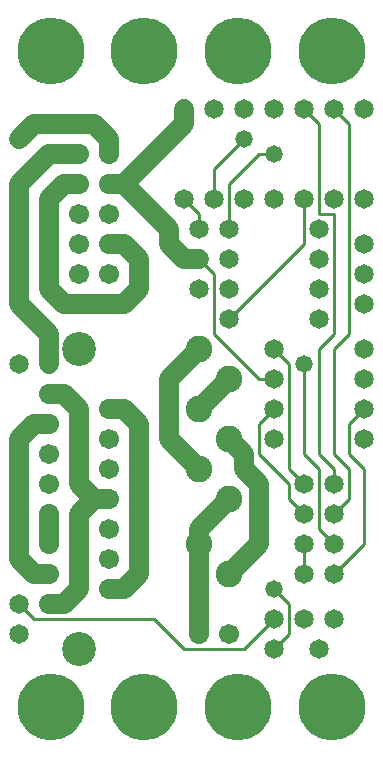
<source format=gtl>
%MOIN*%
%FSLAX25Y25*%
G04 D10 used for Character Trace; *
G04     Circle (OD=.01000) (No hole)*
G04 D11 used for Power Trace; *
G04     Circle (OD=.06500) (No hole)*
G04 D12 used for Signal Trace; *
G04     Circle (OD=.01100) (No hole)*
G04 D13 used for Via; *
G04     Circle (OD=.05800) (Round. Hole ID=.02800)*
G04 D14 used for Component hole; *
G04     Circle (OD=.06500) (Round. Hole ID=.03500)*
G04 D15 used for Component hole; *
G04     Circle (OD=.06700) (Round. Hole ID=.04300)*
G04 D16 used for Component hole; *
G04     Circle (OD=.08100) (Round. Hole ID=.05100)*
G04 D17 used for Component hole; *
G04     Circle (OD=.08900) (Round. Hole ID=.05900)*
G04 D18 used for Component hole; *
G04     Circle (OD=.11300) (Round. Hole ID=.08300)*
G04 D19 used for Component hole; *
G04     Circle (OD=.16000) (Round. Hole ID=.13000)*
G04 D20 used for Component hole; *
G04     Circle (OD=.18300) (Round. Hole ID=.15300)*
G04 D21 used for Component hole; *
G04     Circle (OD=.22291) (Round. Hole ID=.19291)*
%ADD10C,.01000*%
%ADD11C,.06500*%
%ADD12C,.01100*%
%ADD13C,.05800*%
%ADD14C,.06500*%
%ADD15C,.06700*%
%ADD16C,.08100*%
%ADD17C,.08900*%
%ADD18C,.11300*%
%ADD19C,.16000*%
%ADD20C,.18300*%
%ADD21C,.22291*%
%IPPOS*%
%LPD*%
G90*X0Y0D02*D21*X15625Y15625D03*D18*              
X25000Y35000D03*D14*X5000Y40000D03*D12*           
X10000Y45000D02*X50000D01*X60000Y35000D01*        
X80000D01*X90000Y45000D01*D14*D03*D12*Y35000D02*  
X95000Y40000D01*D14*X90000Y35000D03*D12*          
X95000Y40000D02*Y50000D01*X90000Y55000D01*D13*D03*
D14*X100000Y45000D03*Y60000D03*D12*Y70000D01*D14* 
D03*D12*X110000D02*X105000Y75000D01*D14*          
X110000Y70000D03*D12*X105000Y75000D02*Y95000D01*  
X100000Y100000D01*Y130000D01*D13*D03*D12*         
X105000Y100000D02*Y135000D01*X110000Y95000D02*    
X105000Y100000D01*X110000Y90000D02*Y95000D01*D14* 
Y90000D03*D12*Y80000D02*X115000Y85000D01*D14*     
X110000Y80000D03*D12*X115000Y85000D02*Y95000D01*  
X110000Y100000D01*Y135000D01*X115000Y140000D01*   
Y210000D01*X110000Y215000D01*D14*D03*D12*         
X105000Y180000D02*Y210000D01*Y180000D02*          
X110000D01*Y140000D01*X105000Y135000D01*D14*      
Y145000D03*D12*X95000Y95000D02*Y130000D01*        
X100000Y90000D02*X95000Y95000D01*D14*             
X100000Y90000D03*D12*Y80000D02*X95000Y85000D01*   
D14*X100000Y80000D03*D12*X95000Y85000D02*         
Y90000D01*X85000Y100000D01*Y110000D01*            
X90000Y115000D01*D14*D03*Y125000D03*D12*X85000D01*
X70000Y140000D01*Y160000D01*X65000Y165000D01*D14* 
D03*D11*X60000D01*X55000Y170000D01*Y175000D01*D14*
D03*D11*X40000Y190000D01*X35000D01*D15*D03*D11*   
X40000D02*X60000Y210000D01*Y215000D01*D14*D03*    
X70000D03*D21*X78125Y234375D03*D13*               
X80000Y205000D03*D12*X70000Y195000D01*Y185000D01* 
D14*D03*D12*X75000Y175000D02*Y190000D01*D14*      
Y175000D03*X80000Y185000D03*D12*X65000Y175000D02* 
Y180000D01*D14*Y175000D03*D12*Y180000D02*         
X60000Y185000D01*D14*D03*D12*X75000Y190000D02*    
X85000Y200000D01*X90000D01*D13*D03*D14*           
X100000Y215000D03*D12*X105000Y210000D01*D14*      
X90000Y215000D03*X120000D03*X90000Y185000D03*D21* 
X109375Y234375D03*D14*X80000Y215000D03*           
X100000Y185000D03*D12*Y170000D01*X75000Y145000D01*
D14*D03*X65000Y155000D03*D17*Y135000D03*D11*      
X55000Y125000D01*Y105000D01*X65000Y95000D01*D17*  
D03*X75000Y85000D03*D11*X65000Y75000D01*Y70000D01*
D17*D03*D11*Y40000D01*D15*D03*X75000D03*D11*      
X40000Y55000D02*X45000Y60000D01*X35000Y55000D02*  
X40000D01*D15*X35000D03*Y65000D03*D11*            
X20000Y50000D02*X25000Y55000D01*X15000Y50000D02*  
X20000D01*D15*X15000D03*D12*X10000Y45000D02*      
X5000Y50000D01*D14*D03*D15*X15000Y60000D03*D11*   
X10000D01*X5000Y65000D01*Y105000D01*              
X10000Y110000D01*X15000D01*D15*D03*D11*           
X25000Y115000D02*X20000Y120000D01*X25000Y90000D02*
Y115000D01*X30000Y85000D02*X25000Y90000D01*       
Y80000D02*X30000Y85000D01*X25000Y55000D02*        
Y80000D01*D15*X15000Y70000D03*D11*Y80000D01*D15*  
D03*Y90000D03*D11*X30000Y85000D02*X35000D01*D15*  
D03*Y95000D03*Y75000D03*X15000Y100000D03*         
X35000Y105000D03*D11*X45000Y60000D02*Y110000D01*  
D17*X75000Y60000D03*D11*X85000Y70000D01*Y90000D01*
X80000Y95000D01*Y100000D01*X75000Y105000D01*D17*  
D03*X65000Y115000D03*D11*X75000Y125000D01*D17*D03*
D14*X90000Y135000D03*D12*X95000Y130000D01*        
X115000Y100000D02*Y110000D01*X120000Y95000D02*    
X115000Y100000D01*X120000Y70000D02*Y95000D01*     
X110000Y60000D02*X120000Y70000D01*D14*            
X110000Y60000D03*Y45000D03*X105000Y35000D03*D21*  
X78125Y15625D03*D14*X120000Y105000D03*D21*        
X109375Y15625D03*D14*X90000Y105000D03*D12*        
X115000Y110000D02*X120000Y115000D01*D14*D03*      
Y125000D03*Y135000D03*Y150000D03*                 
X105000Y155000D03*X75000D03*X120000Y160000D03*    
X105000Y165000D03*X75000D03*X120000Y170000D03*    
X105000Y175000D03*X120000Y185000D03*X110000D03*   
D11*X45000Y155000D02*Y165000D01*X40000Y150000D02* 
X45000Y155000D01*X20000Y150000D02*X40000D01*      
X20000D02*X15000Y155000D01*Y185000D01*            
X20000Y190000D01*X25000D01*D15*D03*               
X35000Y180000D03*Y200000D03*D11*Y205000D01*       
X30000Y210000D01*X10000D01*X5000Y205000D01*D13*   
D03*D11*Y190000D02*X15000Y200000D01*              
X5000Y150000D02*Y190000D01*X15000Y140000D02*      
X5000Y150000D01*X15000Y130000D02*Y140000D01*D14*  
Y130000D03*X5000D03*D15*X15000Y120000D03*D11*     
X20000D01*D15*X35000Y115000D03*D11*X40000D01*     
X45000Y110000D01*D18*X25000Y135000D03*D15*        
X35000Y160000D03*X25000D03*D11*X45000Y165000D02*  
X40000Y170000D01*X35000D01*D15*D03*               
X25000Y180000D03*Y170000D03*Y200000D03*D11*       
X15000D01*D21*X46875Y234375D03*X15625D03*         
X46875Y15625D03*M02*                              

</source>
